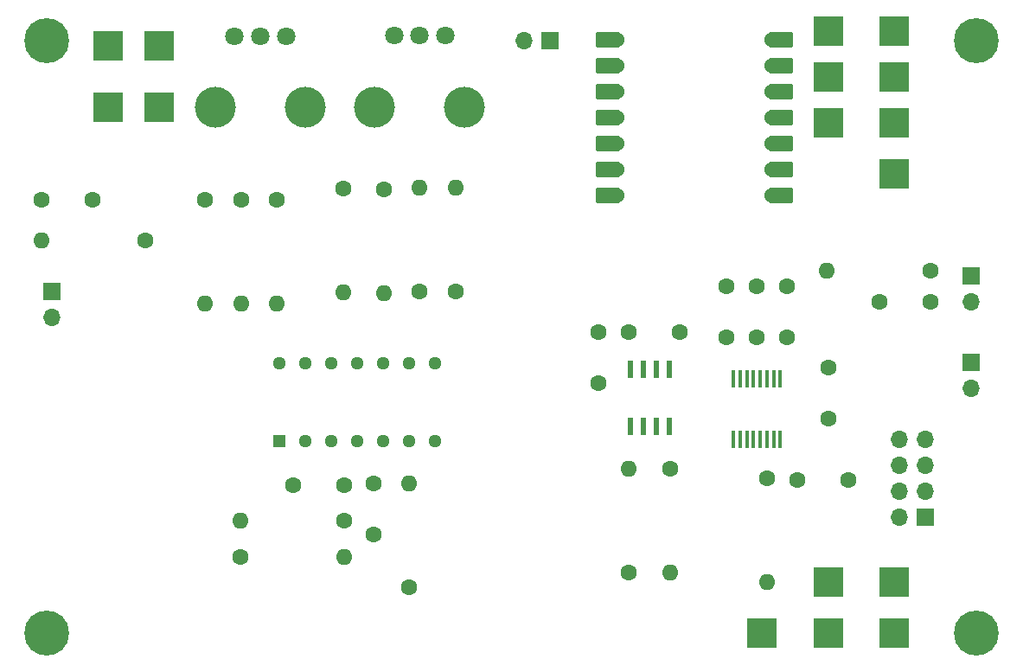
<source format=gts>
G04 #@! TF.GenerationSoftware,KiCad,Pcbnew,9.0.0*
G04 #@! TF.CreationDate,2025-02-23T14:29:25+01:00*
G04 #@! TF.ProjectId,pcb_v0,7063625f-7630-42e6-9b69-6361645f7063,rev?*
G04 #@! TF.SameCoordinates,Original*
G04 #@! TF.FileFunction,Soldermask,Top*
G04 #@! TF.FilePolarity,Negative*
%FSLAX46Y46*%
G04 Gerber Fmt 4.6, Leading zero omitted, Abs format (unit mm)*
G04 Created by KiCad (PCBNEW 9.0.0) date 2025-02-23 14:29:25*
%MOMM*%
%LPD*%
G01*
G04 APERTURE LIST*
G04 Aperture macros list*
%AMRoundRect*
0 Rectangle with rounded corners*
0 $1 Rounding radius*
0 $2 $3 $4 $5 $6 $7 $8 $9 X,Y pos of 4 corners*
0 Add a 4 corners polygon primitive as box body*
4,1,4,$2,$3,$4,$5,$6,$7,$8,$9,$2,$3,0*
0 Add four circle primitives for the rounded corners*
1,1,$1+$1,$2,$3*
1,1,$1+$1,$4,$5*
1,1,$1+$1,$6,$7*
1,1,$1+$1,$8,$9*
0 Add four rect primitives between the rounded corners*
20,1,$1+$1,$2,$3,$4,$5,0*
20,1,$1+$1,$4,$5,$6,$7,0*
20,1,$1+$1,$6,$7,$8,$9,0*
20,1,$1+$1,$8,$9,$2,$3,0*%
G04 Aperture macros list end*
%ADD10C,1.600000*%
%ADD11R,3.000000X3.000000*%
%ADD12O,1.600000X1.600000*%
%ADD13R,1.700000X1.700000*%
%ADD14O,1.700000X1.700000*%
%ADD15RoundRect,0.152400X1.063600X0.609600X-1.063600X0.609600X-1.063600X-0.609600X1.063600X-0.609600X0*%
%ADD16C,1.524000*%
%ADD17RoundRect,0.152400X-1.063600X-0.609600X1.063600X-0.609600X1.063600X0.609600X-1.063600X0.609600X0*%
%ADD18C,2.600000*%
%ADD19C,4.400000*%
%ADD20R,0.355600X1.778000*%
%ADD21R,0.558800X1.663700*%
%ADD22C,4.000000*%
%ADD23C,1.800000*%
%ADD24R,1.295400X1.295400*%
%ADD25C,1.295400*%
G04 APERTURE END LIST*
D10*
X107000000Y-67080000D03*
X112000000Y-67080000D03*
D11*
X177500000Y-109580000D03*
D10*
X140500000Y-66080000D03*
D12*
X140500000Y-76240000D03*
D11*
X118500000Y-58080000D03*
X118500000Y-52080000D03*
D10*
X161500000Y-80080000D03*
X161500000Y-85080000D03*
X144000000Y-76080000D03*
D12*
X144000000Y-65920000D03*
D13*
X198000000Y-83040000D03*
D14*
X198000000Y-85580000D03*
D11*
X113500000Y-52080000D03*
D10*
X136500000Y-66000000D03*
D12*
X136500000Y-76160000D03*
D10*
X174000000Y-80580000D03*
X174000000Y-75580000D03*
D15*
X162425000Y-51460000D03*
D16*
X163260000Y-51460000D03*
D15*
X162425000Y-54000000D03*
D16*
X163260000Y-54000000D03*
D15*
X162425000Y-56540000D03*
D16*
X163260000Y-56540000D03*
D15*
X162425000Y-59080000D03*
D16*
X163260000Y-59080000D03*
D15*
X162425000Y-61620000D03*
D16*
X163260000Y-61620000D03*
D15*
X162425000Y-64160000D03*
D16*
X163260000Y-64160000D03*
D15*
X162425000Y-66700000D03*
D16*
X163260000Y-66700000D03*
X178500000Y-66700000D03*
D17*
X179335000Y-66700000D03*
D16*
X178500000Y-64160000D03*
D17*
X179335000Y-64160000D03*
D16*
X178500000Y-61620000D03*
D17*
X179335000Y-61620000D03*
D16*
X178500000Y-59080000D03*
D17*
X179335000Y-59080000D03*
D16*
X178500000Y-56540000D03*
D17*
X179335000Y-56540000D03*
D16*
X178500000Y-54000000D03*
D17*
X179335000Y-54000000D03*
D16*
X178500000Y-51460000D03*
D17*
X179335000Y-51460000D03*
D10*
X177000000Y-75580000D03*
X177000000Y-80580000D03*
D11*
X184000000Y-50580000D03*
X190500000Y-50580000D03*
D10*
X139500000Y-94920000D03*
X139500000Y-99920000D03*
D13*
X198000000Y-74540000D03*
D14*
X198000000Y-77080000D03*
D18*
X198500000Y-109580000D03*
D19*
X198500000Y-109580000D03*
D11*
X184000000Y-59580000D03*
X184000000Y-109580000D03*
D10*
X194000000Y-74080000D03*
D12*
X183840000Y-74080000D03*
D10*
X131589693Y-95063738D03*
X136589693Y-95063738D03*
D13*
X156775000Y-51580000D03*
D14*
X154235000Y-51580000D03*
D10*
X180000000Y-75580000D03*
X180000000Y-80580000D03*
D13*
X193500000Y-98160000D03*
D14*
X190960000Y-98160000D03*
X193500000Y-95620000D03*
X190960000Y-95620000D03*
X193500000Y-93080000D03*
X190960000Y-93080000D03*
X193500000Y-90540000D03*
X190960000Y-90540000D03*
D13*
X108000000Y-76120000D03*
D14*
X108000000Y-78660000D03*
D10*
X184000000Y-83580000D03*
X184000000Y-88580000D03*
X168500000Y-93420000D03*
D12*
X168500000Y-103580000D03*
D11*
X113500000Y-58080000D03*
D10*
X126429693Y-102063738D03*
D12*
X136589693Y-102063738D03*
D11*
X190500000Y-104580000D03*
X190500000Y-55080000D03*
D10*
X130000000Y-67080000D03*
D12*
X130000000Y-77240000D03*
D10*
X123000000Y-67080000D03*
D12*
X123000000Y-77240000D03*
D10*
X194000000Y-77080000D03*
X189000000Y-77080000D03*
D20*
X179300000Y-84636400D03*
X178650002Y-84636400D03*
X178000000Y-84636400D03*
X177350002Y-84636400D03*
X176700003Y-84636400D03*
X176050002Y-84636400D03*
X175400003Y-84636400D03*
X174750002Y-84636400D03*
X174750002Y-90580000D03*
X175400000Y-90580000D03*
X176050002Y-90580000D03*
X176700000Y-90580000D03*
X177349999Y-90580000D03*
X178000000Y-90580000D03*
X178649999Y-90580000D03*
X179300000Y-90580000D03*
D11*
X184000000Y-104580000D03*
X190500000Y-59580000D03*
D18*
X107500000Y-109580000D03*
D19*
X107500000Y-109580000D03*
D21*
X168405000Y-83674250D03*
X167135000Y-83674250D03*
X165865000Y-83674250D03*
X164595000Y-83674250D03*
X164595000Y-89325750D03*
X165865000Y-89325750D03*
X167135000Y-89325750D03*
X168405000Y-89325750D03*
D10*
X178000000Y-94420000D03*
D12*
X178000000Y-104580000D03*
D18*
X198500000Y-51580000D03*
D19*
X198500000Y-51580000D03*
D10*
X181000000Y-94580000D03*
X186000000Y-94580000D03*
D22*
X132800000Y-58080000D03*
X124000000Y-58080000D03*
D23*
X125900000Y-51080000D03*
X128400000Y-51080000D03*
X130900000Y-51080000D03*
D11*
X184000000Y-55080000D03*
D18*
X107500000Y-51580000D03*
D19*
X107500000Y-51580000D03*
D10*
X164500000Y-103580000D03*
D12*
X164500000Y-93420000D03*
D10*
X164500000Y-80080000D03*
X169500000Y-80080000D03*
X143000000Y-105080000D03*
D12*
X143000000Y-94920000D03*
D10*
X136589693Y-98563738D03*
D12*
X126429693Y-98563738D03*
D10*
X117160000Y-71080000D03*
D12*
X107000000Y-71080000D03*
D24*
X130300000Y-90700000D03*
D25*
X132840000Y-90700000D03*
X135380000Y-90700000D03*
X137920000Y-90700000D03*
X140460000Y-90700000D03*
X143000000Y-90700000D03*
X145540000Y-90700000D03*
X145540000Y-83080000D03*
X143000000Y-83080000D03*
X140460000Y-83080000D03*
X137920000Y-83080000D03*
X135380000Y-83080000D03*
X132840000Y-83080000D03*
X130300000Y-83080000D03*
D11*
X190500000Y-109580000D03*
D10*
X147500000Y-76080000D03*
D12*
X147500000Y-65920000D03*
D11*
X190500000Y-64580000D03*
D10*
X126500000Y-67080000D03*
D12*
X126500000Y-77240000D03*
D22*
X148400000Y-58030000D03*
X139600000Y-58030000D03*
D23*
X141500000Y-51030000D03*
X144000000Y-51030000D03*
X146500000Y-51030000D03*
M02*

</source>
